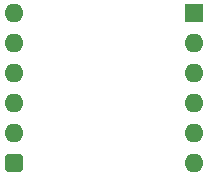
<source format=gbs>
%TF.GenerationSoftware,KiCad,Pcbnew,9.0.2*%
%TF.CreationDate,2025-06-16T21:16:06+02:00*%
%TF.ProjectId,W65C816 Latch,57363543-3831-4362-904c-617463682e6b,V1*%
%TF.SameCoordinates,Original*%
%TF.FileFunction,Soldermask,Bot*%
%TF.FilePolarity,Negative*%
%FSLAX46Y46*%
G04 Gerber Fmt 4.6, Leading zero omitted, Abs format (unit mm)*
G04 Created by KiCad (PCBNEW 9.0.2) date 2025-06-16 21:16:06*
%MOMM*%
%LPD*%
G01*
G04 APERTURE LIST*
G04 Aperture macros list*
%AMRoundRect*
0 Rectangle with rounded corners*
0 $1 Rounding radius*
0 $2 $3 $4 $5 $6 $7 $8 $9 X,Y pos of 4 corners*
0 Add a 4 corners polygon primitive as box body*
4,1,4,$2,$3,$4,$5,$6,$7,$8,$9,$2,$3,0*
0 Add four circle primitives for the rounded corners*
1,1,$1+$1,$2,$3*
1,1,$1+$1,$4,$5*
1,1,$1+$1,$6,$7*
1,1,$1+$1,$8,$9*
0 Add four rect primitives between the rounded corners*
20,1,$1+$1,$2,$3,$4,$5,0*
20,1,$1+$1,$4,$5,$6,$7,0*
20,1,$1+$1,$6,$7,$8,$9,0*
20,1,$1+$1,$8,$9,$2,$3,0*%
G04 Aperture macros list end*
%ADD10O,1.600000X1.600000*%
%ADD11RoundRect,0.400000X-0.400000X-0.400000X0.400000X-0.400000X0.400000X0.400000X-0.400000X0.400000X0*%
%ADD12R,1.600000X1.600000*%
G04 APERTURE END LIST*
D10*
%TO.C,J2*%
X0Y0D03*
X0Y-2540000D03*
X0Y-5080000D03*
X0Y-7620000D03*
X0Y-10160000D03*
D11*
X0Y-12700000D03*
D10*
X15240000Y-12700000D03*
X15240000Y-10160000D03*
X15240000Y-7620000D03*
X15240000Y-5080000D03*
X15240000Y-2540000D03*
D12*
X15240000Y0D03*
%TD*%
M02*

</source>
